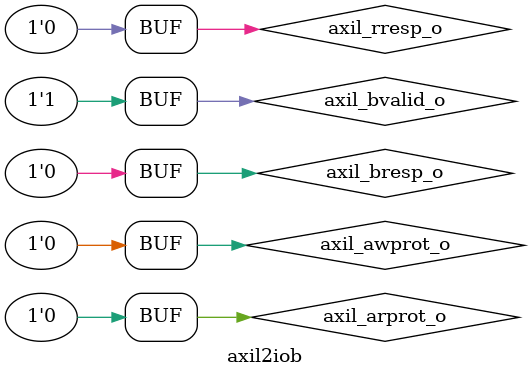
<source format=v>
`timescale 1ns / 1ps



module axil2iob #(
   parameter AXIL_ADDR_W = 21,           // AXI Lite address bus width in bits
   parameter AXIL_DATA_W = 21,           // AXI Lite data bus width in bits
   parameter ADDR_W      = AXIL_ADDR_W,  // IOb address bus width in bits
   parameter DATA_W      = AXIL_DATA_W   // IOb data bus width in bits
) (
   // Global signals
   `include "iob_clkrst_port.vs"

   // AXI4 Lite slave interface
   `include "iob_axil_s_port.vs"

   // IOb master interface
   `include "iob_m_port.vs"
);

   //
   // COMPUTE AXIL OUTPUTS
   //

   // write address
   assign axil_awready_o = iob_ready_i;
   assign axil_awprot_o  = 3'b000;
   
   // write
   assign axil_wready_o  = iob_ready_i;

   // write response
   assign axil_bresp_o   = 2'b0;
   assign axil_bvalid_o  = 1'b1;

   // read address
   assign axil_arready_o = iob_ready_i;
   assign axil_arprot_o  = 3'b000;

   // read
   assign axil_rdata_o   = iob_rdata_i;
   assign axil_rresp_o   = 2'b0;
   assign axil_rvalid_o  = iob_rvalid_i;

   //
   // COMPUTE IOb OUTPUTS
   //
   assign iob_avalid_o   = axil_awvalid_i | axil_wvalid_i | axil_arvalid_i;
   assign iob_addr_o     = axil_awvalid_i ? axil_awaddr_i : axil_araddr_i;
   assign iob_wdata_o    = axil_wdata_i;
   assign iob_wstrb_o    = axil_wvalid_i ? axil_wstrb_i : {DATA_W / 8{1'b0}};

endmodule

</source>
